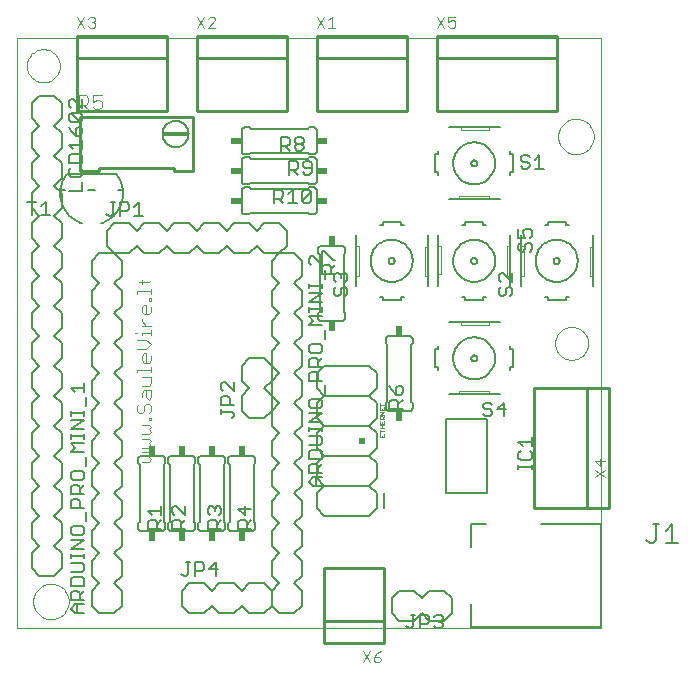
<source format=gto>
G75*
%MOIN*%
%OFA0B0*%
%FSLAX24Y24*%
%IPPOS*%
%LPD*%
%AMOC8*
5,1,8,0,0,1.08239X$1,22.5*
%
%ADD10C,0.0000*%
%ADD11C,0.0040*%
%ADD12C,0.0080*%
%ADD13C,0.0050*%
%ADD14C,0.0060*%
%ADD15R,0.0240X0.0340*%
%ADD16C,0.0100*%
%ADD17R,0.0827X0.0157*%
%ADD18C,0.0020*%
%ADD19R,0.0340X0.0240*%
%ADD20C,0.0010*%
%ADD21R,0.0200X0.0200*%
D10*
X000100Y001383D02*
X000100Y021068D01*
X019592Y021068D01*
X019592Y001383D01*
X000100Y001383D01*
X000653Y002277D02*
X000655Y002325D01*
X000661Y002373D01*
X000671Y002420D01*
X000684Y002466D01*
X000702Y002511D01*
X000722Y002555D01*
X000747Y002597D01*
X000775Y002636D01*
X000805Y002673D01*
X000839Y002707D01*
X000876Y002739D01*
X000914Y002768D01*
X000955Y002793D01*
X000998Y002815D01*
X001043Y002833D01*
X001089Y002847D01*
X001136Y002858D01*
X001184Y002865D01*
X001232Y002868D01*
X001280Y002867D01*
X001328Y002862D01*
X001376Y002853D01*
X001422Y002841D01*
X001467Y002824D01*
X001511Y002804D01*
X001553Y002781D01*
X001593Y002754D01*
X001631Y002724D01*
X001666Y002691D01*
X001698Y002655D01*
X001728Y002617D01*
X001754Y002576D01*
X001776Y002533D01*
X001796Y002489D01*
X001811Y002444D01*
X001823Y002397D01*
X001831Y002349D01*
X001835Y002301D01*
X001835Y002253D01*
X001831Y002205D01*
X001823Y002157D01*
X001811Y002110D01*
X001796Y002065D01*
X001776Y002021D01*
X001754Y001978D01*
X001728Y001937D01*
X001698Y001899D01*
X001666Y001863D01*
X001631Y001830D01*
X001593Y001800D01*
X001553Y001773D01*
X001511Y001750D01*
X001467Y001730D01*
X001422Y001713D01*
X001376Y001701D01*
X001328Y001692D01*
X001280Y001687D01*
X001232Y001686D01*
X001184Y001689D01*
X001136Y001696D01*
X001089Y001707D01*
X001043Y001721D01*
X000998Y001739D01*
X000955Y001761D01*
X000914Y001786D01*
X000876Y001815D01*
X000839Y001847D01*
X000805Y001881D01*
X000775Y001918D01*
X000747Y001957D01*
X000722Y001999D01*
X000702Y002043D01*
X000684Y002088D01*
X000671Y002134D01*
X000661Y002181D01*
X000655Y002229D01*
X000653Y002277D01*
X018049Y010883D02*
X018051Y010930D01*
X018057Y010976D01*
X018067Y011022D01*
X018080Y011067D01*
X018098Y011110D01*
X018119Y011152D01*
X018143Y011192D01*
X018171Y011229D01*
X018202Y011264D01*
X018236Y011297D01*
X018272Y011326D01*
X018311Y011352D01*
X018352Y011375D01*
X018395Y011394D01*
X018439Y011410D01*
X018484Y011422D01*
X018530Y011430D01*
X018577Y011434D01*
X018623Y011434D01*
X018670Y011430D01*
X018716Y011422D01*
X018761Y011410D01*
X018805Y011394D01*
X018848Y011375D01*
X018889Y011352D01*
X018928Y011326D01*
X018964Y011297D01*
X018998Y011264D01*
X019029Y011229D01*
X019057Y011192D01*
X019081Y011152D01*
X019102Y011110D01*
X019120Y011067D01*
X019133Y011022D01*
X019143Y010976D01*
X019149Y010930D01*
X019151Y010883D01*
X019149Y010836D01*
X019143Y010790D01*
X019133Y010744D01*
X019120Y010699D01*
X019102Y010656D01*
X019081Y010614D01*
X019057Y010574D01*
X019029Y010537D01*
X018998Y010502D01*
X018964Y010469D01*
X018928Y010440D01*
X018889Y010414D01*
X018848Y010391D01*
X018805Y010372D01*
X018761Y010356D01*
X018716Y010344D01*
X018670Y010336D01*
X018623Y010332D01*
X018577Y010332D01*
X018530Y010336D01*
X018484Y010344D01*
X018439Y010356D01*
X018395Y010372D01*
X018352Y010391D01*
X018311Y010414D01*
X018272Y010440D01*
X018236Y010469D01*
X018202Y010502D01*
X018171Y010537D01*
X018143Y010574D01*
X018119Y010614D01*
X018098Y010656D01*
X018080Y010699D01*
X018067Y010744D01*
X018057Y010790D01*
X018051Y010836D01*
X018049Y010883D01*
X018153Y017777D02*
X018155Y017825D01*
X018161Y017873D01*
X018171Y017920D01*
X018184Y017966D01*
X018202Y018011D01*
X018222Y018055D01*
X018247Y018097D01*
X018275Y018136D01*
X018305Y018173D01*
X018339Y018207D01*
X018376Y018239D01*
X018414Y018268D01*
X018455Y018293D01*
X018498Y018315D01*
X018543Y018333D01*
X018589Y018347D01*
X018636Y018358D01*
X018684Y018365D01*
X018732Y018368D01*
X018780Y018367D01*
X018828Y018362D01*
X018876Y018353D01*
X018922Y018341D01*
X018967Y018324D01*
X019011Y018304D01*
X019053Y018281D01*
X019093Y018254D01*
X019131Y018224D01*
X019166Y018191D01*
X019198Y018155D01*
X019228Y018117D01*
X019254Y018076D01*
X019276Y018033D01*
X019296Y017989D01*
X019311Y017944D01*
X019323Y017897D01*
X019331Y017849D01*
X019335Y017801D01*
X019335Y017753D01*
X019331Y017705D01*
X019323Y017657D01*
X019311Y017610D01*
X019296Y017565D01*
X019276Y017521D01*
X019254Y017478D01*
X019228Y017437D01*
X019198Y017399D01*
X019166Y017363D01*
X019131Y017330D01*
X019093Y017300D01*
X019053Y017273D01*
X019011Y017250D01*
X018967Y017230D01*
X018922Y017213D01*
X018876Y017201D01*
X018828Y017192D01*
X018780Y017187D01*
X018732Y017186D01*
X018684Y017189D01*
X018636Y017196D01*
X018589Y017207D01*
X018543Y017221D01*
X018498Y017239D01*
X018455Y017261D01*
X018414Y017286D01*
X018376Y017315D01*
X018339Y017347D01*
X018305Y017381D01*
X018275Y017418D01*
X018247Y017457D01*
X018222Y017499D01*
X018202Y017543D01*
X018184Y017588D01*
X018171Y017634D01*
X018161Y017681D01*
X018155Y017729D01*
X018153Y017777D01*
X000443Y020133D02*
X000445Y020180D01*
X000451Y020226D01*
X000461Y020272D01*
X000474Y020317D01*
X000492Y020360D01*
X000513Y020402D01*
X000537Y020442D01*
X000565Y020479D01*
X000596Y020514D01*
X000630Y020547D01*
X000666Y020576D01*
X000705Y020602D01*
X000746Y020625D01*
X000789Y020644D01*
X000833Y020660D01*
X000878Y020672D01*
X000924Y020680D01*
X000971Y020684D01*
X001017Y020684D01*
X001064Y020680D01*
X001110Y020672D01*
X001155Y020660D01*
X001199Y020644D01*
X001242Y020625D01*
X001283Y020602D01*
X001322Y020576D01*
X001358Y020547D01*
X001392Y020514D01*
X001423Y020479D01*
X001451Y020442D01*
X001475Y020402D01*
X001496Y020360D01*
X001514Y020317D01*
X001527Y020272D01*
X001537Y020226D01*
X001543Y020180D01*
X001545Y020133D01*
X001543Y020086D01*
X001537Y020040D01*
X001527Y019994D01*
X001514Y019949D01*
X001496Y019906D01*
X001475Y019864D01*
X001451Y019824D01*
X001423Y019787D01*
X001392Y019752D01*
X001358Y019719D01*
X001322Y019690D01*
X001283Y019664D01*
X001242Y019641D01*
X001199Y019622D01*
X001155Y019606D01*
X001110Y019594D01*
X001064Y019586D01*
X001017Y019582D01*
X000971Y019582D01*
X000924Y019586D01*
X000878Y019594D01*
X000833Y019606D01*
X000789Y019622D01*
X000746Y019641D01*
X000705Y019664D01*
X000666Y019690D01*
X000630Y019719D01*
X000596Y019752D01*
X000565Y019787D01*
X000537Y019824D01*
X000513Y019864D01*
X000492Y019906D01*
X000474Y019949D01*
X000461Y019994D01*
X000451Y020040D01*
X000445Y020086D01*
X000443Y020133D01*
D11*
X002171Y019145D02*
X002171Y018685D01*
X002171Y018838D02*
X002401Y018838D01*
X002478Y018915D01*
X002478Y019068D01*
X002401Y019145D01*
X002171Y019145D01*
X002325Y018838D02*
X002478Y018685D01*
X002632Y018762D02*
X002708Y018685D01*
X002862Y018685D01*
X002939Y018762D01*
X002939Y018915D01*
X002862Y018992D01*
X002785Y018992D01*
X002632Y018915D01*
X002632Y019145D01*
X002939Y019145D01*
X002668Y021403D02*
X002548Y021403D01*
X002488Y021463D01*
X002360Y021403D02*
X002120Y021764D01*
X002360Y021764D02*
X002120Y021403D01*
X002488Y021704D02*
X002548Y021764D01*
X002668Y021764D01*
X002729Y021704D01*
X002729Y021644D01*
X002668Y021583D01*
X002729Y021523D01*
X002729Y021463D01*
X002668Y021403D01*
X002668Y021583D02*
X002608Y021583D01*
X006120Y021403D02*
X006360Y021764D01*
X006488Y021704D02*
X006548Y021764D01*
X006668Y021764D01*
X006729Y021704D01*
X006729Y021644D01*
X006488Y021403D01*
X006729Y021403D01*
X006360Y021403D02*
X006120Y021764D01*
X010120Y021764D02*
X010360Y021403D01*
X010488Y021403D02*
X010729Y021403D01*
X010608Y021403D02*
X010608Y021764D01*
X010488Y021644D01*
X010360Y021764D02*
X010120Y021403D01*
X014120Y021403D02*
X014360Y021764D01*
X014488Y021764D02*
X014488Y021583D01*
X014608Y021644D01*
X014668Y021644D01*
X014729Y021583D01*
X014729Y021463D01*
X014668Y021403D01*
X014548Y021403D01*
X014488Y021463D01*
X014360Y021403D02*
X014120Y021764D01*
X014488Y021764D02*
X014729Y021764D01*
X004580Y013000D02*
X004503Y012923D01*
X004196Y012923D01*
X004273Y012846D02*
X004273Y013000D01*
X004120Y012616D02*
X004580Y012616D01*
X004580Y012539D02*
X004580Y012693D01*
X004580Y012386D02*
X004503Y012386D01*
X004503Y012309D01*
X004580Y012309D01*
X004580Y012386D01*
X004427Y012156D02*
X004427Y011849D01*
X004503Y011849D02*
X004350Y011849D01*
X004273Y011926D01*
X004273Y012079D01*
X004350Y012156D01*
X004427Y012156D01*
X004580Y012079D02*
X004580Y011926D01*
X004503Y011849D01*
X004273Y011695D02*
X004273Y011619D01*
X004427Y011465D01*
X004580Y011465D02*
X004273Y011465D01*
X004273Y011235D02*
X004580Y011235D01*
X004580Y011158D02*
X004580Y011312D01*
X004273Y011235D02*
X004273Y011158D01*
X004120Y011235D02*
X004043Y011235D01*
X004120Y011005D02*
X004427Y011005D01*
X004580Y010851D01*
X004427Y010698D01*
X004120Y010698D01*
X004273Y010468D02*
X004350Y010544D01*
X004427Y010544D01*
X004427Y010238D01*
X004503Y010238D02*
X004350Y010238D01*
X004273Y010314D01*
X004273Y010468D01*
X004503Y010238D02*
X004580Y010314D01*
X004580Y010468D01*
X004580Y010084D02*
X004580Y009931D01*
X004580Y010007D02*
X004120Y010007D01*
X004120Y009931D01*
X004273Y009777D02*
X004580Y009777D01*
X004580Y009547D01*
X004503Y009470D01*
X004273Y009470D01*
X004350Y009317D02*
X004580Y009317D01*
X004580Y009087D01*
X004503Y009010D01*
X004427Y009087D01*
X004427Y009317D01*
X004350Y009317D02*
X004273Y009240D01*
X004273Y009087D01*
X004196Y008856D02*
X004120Y008780D01*
X004120Y008626D01*
X004196Y008549D01*
X004273Y008549D01*
X004350Y008626D01*
X004350Y008780D01*
X004427Y008856D01*
X004503Y008856D01*
X004580Y008780D01*
X004580Y008626D01*
X004503Y008549D01*
X004503Y008396D02*
X004580Y008396D01*
X004580Y008319D01*
X004503Y008319D01*
X004503Y008396D01*
X004503Y008166D02*
X004273Y008166D01*
X004503Y008166D02*
X004580Y008089D01*
X004503Y008012D01*
X004580Y007936D01*
X004503Y007859D01*
X004273Y007859D01*
X004273Y007705D02*
X004503Y007705D01*
X004580Y007629D01*
X004503Y007552D01*
X004580Y007475D01*
X004503Y007398D01*
X004273Y007398D01*
X004273Y007245D02*
X004503Y007245D01*
X004580Y007168D01*
X004503Y007091D01*
X004580Y007015D01*
X004503Y006938D01*
X004273Y006938D01*
X004120Y012539D02*
X004120Y012616D01*
X011633Y000614D02*
X011874Y000253D01*
X012002Y000313D02*
X012062Y000253D01*
X012182Y000253D01*
X012242Y000313D01*
X012242Y000373D01*
X012182Y000433D01*
X012002Y000433D01*
X012002Y000313D01*
X012002Y000433D02*
X012122Y000554D01*
X012242Y000614D01*
X011874Y000614D02*
X011633Y000253D01*
X019370Y006417D02*
X019730Y006657D01*
X019550Y006785D02*
X019550Y007025D01*
X019730Y006965D02*
X019370Y006965D01*
X019550Y006785D01*
X019370Y006657D02*
X019730Y006417D01*
D12*
X019569Y004845D02*
X019569Y001422D01*
X015236Y001422D01*
X015236Y002188D01*
X014600Y002383D02*
X014600Y001883D01*
X014350Y001633D01*
X013850Y001633D01*
X013600Y001883D01*
X013350Y001633D01*
X012850Y001633D01*
X012600Y001883D01*
X012600Y002383D01*
X012850Y002633D01*
X013350Y002633D01*
X013600Y002383D01*
X013850Y002633D01*
X014350Y002633D01*
X014600Y002383D01*
X015236Y004078D02*
X015236Y004845D01*
X015732Y004845D01*
X017582Y004845D02*
X019569Y004845D01*
X012350Y005383D02*
X012350Y005883D01*
X009600Y005633D02*
X009600Y005133D01*
X009350Y004883D01*
X009600Y004633D01*
X009600Y004133D01*
X009350Y003883D01*
X009600Y003633D01*
X009600Y003133D01*
X009350Y002883D01*
X009600Y002633D01*
X009600Y002133D01*
X009350Y001883D01*
X008850Y001883D01*
X008600Y002133D01*
X008600Y002633D01*
X008350Y002883D01*
X007850Y002883D01*
X007600Y002633D01*
X007350Y002883D01*
X006850Y002883D01*
X006600Y002633D01*
X006350Y002883D01*
X005850Y002883D01*
X005600Y002633D01*
X005600Y002133D01*
X005850Y001883D01*
X006350Y001883D01*
X006600Y002133D01*
X006850Y001883D01*
X007350Y001883D01*
X007600Y002133D01*
X007850Y001883D01*
X008350Y001883D01*
X008600Y002133D01*
X008600Y002633D01*
X008850Y002883D01*
X008600Y003133D01*
X008600Y003633D01*
X008850Y003883D01*
X008600Y004133D01*
X008600Y004633D01*
X008850Y004883D01*
X008600Y005133D01*
X008600Y005633D01*
X008850Y005883D01*
X008600Y006133D01*
X008600Y006633D01*
X008850Y006883D01*
X008600Y007133D01*
X008600Y007633D01*
X008850Y007883D01*
X008600Y008133D01*
X008600Y008633D01*
X008600Y009133D01*
X008350Y009383D01*
X008600Y009633D01*
X008600Y010133D01*
X008350Y010383D01*
X007850Y010383D01*
X007600Y010133D01*
X007600Y009633D01*
X007850Y009383D01*
X007600Y009133D01*
X007600Y008633D01*
X007850Y008383D01*
X008350Y008383D01*
X008600Y008633D01*
X008850Y008883D01*
X008600Y009133D01*
X008600Y009633D01*
X008850Y009883D01*
X008600Y010133D01*
X008600Y010633D01*
X008850Y010883D01*
X008600Y011133D01*
X008600Y011633D01*
X008850Y011883D01*
X008600Y012133D01*
X008600Y012633D01*
X008850Y012883D01*
X008600Y013133D01*
X008600Y013633D01*
X008850Y013883D01*
X008350Y013883D01*
X008100Y014133D01*
X007850Y013883D01*
X007350Y013883D01*
X007100Y014133D01*
X006850Y013883D01*
X006350Y013883D01*
X006100Y014133D01*
X005850Y013883D01*
X005350Y013883D01*
X005100Y014133D01*
X004850Y013883D01*
X004350Y013883D01*
X004100Y014133D01*
X003850Y013883D01*
X003350Y013883D01*
X003100Y014133D01*
X003100Y014633D01*
X003350Y014883D01*
X003850Y014883D01*
X004100Y014633D01*
X004350Y014883D01*
X004850Y014883D01*
X005100Y014633D01*
X005350Y014883D01*
X005850Y014883D01*
X006100Y014633D01*
X006350Y014883D01*
X006850Y014883D01*
X007100Y014633D01*
X007350Y014883D01*
X007850Y014883D01*
X008100Y014633D01*
X008350Y014883D01*
X008850Y014883D01*
X009100Y014633D01*
X009100Y014133D01*
X008850Y013883D01*
X009350Y013883D01*
X009600Y013633D01*
X009600Y013133D01*
X009350Y012883D01*
X009600Y012633D01*
X009600Y012133D01*
X009350Y011883D01*
X009600Y011633D01*
X009600Y011133D01*
X009350Y010883D01*
X009600Y010633D01*
X009600Y010133D01*
X009350Y009883D01*
X009600Y009633D01*
X009600Y009133D01*
X009350Y008883D01*
X009600Y008633D01*
X009600Y008133D01*
X009350Y007883D01*
X009600Y007633D01*
X009600Y007133D01*
X009350Y006883D01*
X009600Y006633D01*
X009600Y006133D01*
X009350Y005883D01*
X009600Y005633D01*
X003600Y005633D02*
X003600Y005133D01*
X003350Y004883D01*
X003600Y004633D01*
X003600Y004133D01*
X003350Y003883D01*
X003600Y003633D01*
X003600Y003133D01*
X003350Y002883D01*
X003600Y002633D01*
X003600Y002133D01*
X003350Y001883D01*
X002850Y001883D01*
X002600Y002133D01*
X002600Y002633D01*
X002850Y002883D01*
X002600Y003133D01*
X002600Y003633D01*
X002850Y003883D01*
X002600Y004133D01*
X002600Y004633D01*
X002850Y004883D01*
X002600Y005133D01*
X002600Y005633D01*
X002850Y005883D01*
X002600Y006133D01*
X002600Y006633D01*
X002850Y006883D01*
X002600Y007133D01*
X002600Y007633D01*
X002850Y007883D01*
X002600Y008133D01*
X002600Y008633D01*
X002850Y008883D01*
X002600Y009133D01*
X002600Y009633D01*
X002850Y009883D01*
X002600Y010133D01*
X002600Y010633D01*
X002850Y010883D01*
X002600Y011133D01*
X002600Y011633D01*
X002850Y011883D01*
X002600Y012133D01*
X002600Y012633D01*
X002850Y012883D01*
X002600Y013133D01*
X002600Y013633D01*
X002850Y013883D01*
X003350Y013883D01*
X003600Y013633D01*
X003600Y013133D01*
X003350Y012883D01*
X003600Y012633D01*
X003600Y012133D01*
X003350Y011883D01*
X003600Y011633D01*
X003600Y011133D01*
X003350Y010883D01*
X003600Y010633D01*
X003600Y010133D01*
X003350Y009883D01*
X003600Y009633D01*
X003600Y009133D01*
X003350Y008883D01*
X003600Y008633D01*
X003600Y008133D01*
X003350Y007883D01*
X003600Y007633D01*
X003600Y007133D01*
X003350Y006883D01*
X003600Y006633D01*
X003600Y006133D01*
X003350Y005883D01*
X003600Y005633D01*
X001600Y005383D02*
X001350Y005133D01*
X001600Y004883D01*
X001600Y004383D01*
X001350Y004133D01*
X001600Y003883D01*
X001600Y003383D01*
X001350Y003133D01*
X000850Y003133D01*
X000600Y003383D01*
X000600Y003883D01*
X000850Y004133D01*
X000600Y004383D01*
X000600Y004883D01*
X000850Y005133D01*
X000600Y005383D01*
X000600Y005883D01*
X000850Y006133D01*
X000600Y006383D01*
X000600Y006883D01*
X000850Y007133D01*
X000600Y007383D01*
X000600Y007883D01*
X000850Y008133D01*
X000600Y008383D01*
X000600Y008883D01*
X000850Y009133D01*
X000600Y009383D01*
X000600Y009883D01*
X000850Y010133D01*
X000600Y010383D01*
X000600Y010883D01*
X000850Y011133D01*
X000600Y011383D01*
X000600Y011883D01*
X000850Y012133D01*
X000600Y012383D01*
X000600Y012883D01*
X000850Y013133D01*
X000600Y013383D01*
X000600Y013883D01*
X000850Y014133D01*
X000600Y014383D01*
X000600Y014883D01*
X000850Y015133D01*
X000600Y015383D01*
X000600Y015883D01*
X000850Y016133D01*
X000600Y016383D01*
X000600Y016883D01*
X000850Y017133D01*
X000600Y017383D01*
X000600Y017883D01*
X000850Y018133D01*
X000600Y018383D01*
X000600Y018883D01*
X000850Y019133D01*
X001350Y019133D01*
X001600Y018883D01*
X001600Y018383D01*
X001350Y018133D01*
X001600Y017883D01*
X001600Y017383D01*
X001350Y017133D01*
X001600Y016883D01*
X001600Y016383D01*
X001350Y016133D01*
X001600Y015883D01*
X001600Y015383D01*
X001350Y015133D01*
X001600Y014883D01*
X001600Y014383D01*
X001350Y014133D01*
X001600Y013883D01*
X001600Y013383D01*
X001350Y013133D01*
X001600Y012883D01*
X001600Y012383D01*
X001350Y012133D01*
X001600Y011883D01*
X001600Y011383D01*
X001350Y011133D01*
X001600Y010883D01*
X001600Y010383D01*
X001350Y010133D01*
X001600Y009883D01*
X001600Y009383D01*
X001350Y009133D01*
X001600Y008883D01*
X001600Y008383D01*
X001350Y008133D01*
X001600Y007883D01*
X001600Y007383D01*
X001350Y007133D01*
X001600Y006883D01*
X001600Y006383D01*
X001350Y006133D01*
X001600Y005883D01*
X001600Y005383D01*
D13*
X001905Y005408D02*
X001905Y005633D01*
X001980Y005708D01*
X002130Y005708D01*
X002205Y005633D01*
X002205Y005408D01*
X002355Y005408D02*
X001905Y005408D01*
X001905Y005868D02*
X001905Y006094D01*
X001980Y006169D01*
X002130Y006169D01*
X002205Y006094D01*
X002205Y005868D01*
X002355Y005868D02*
X001905Y005868D01*
X002205Y006019D02*
X002355Y006169D01*
X002280Y006329D02*
X002355Y006404D01*
X002355Y006554D01*
X002280Y006629D01*
X001980Y006629D01*
X001905Y006554D01*
X001905Y006404D01*
X001980Y006329D01*
X002280Y006329D01*
X002430Y006789D02*
X002430Y007089D01*
X002355Y007250D02*
X001905Y007250D01*
X002055Y007400D01*
X001905Y007550D01*
X002355Y007550D01*
X002355Y007710D02*
X002355Y007860D01*
X002355Y007785D02*
X001905Y007785D01*
X001905Y007710D02*
X001905Y007860D01*
X001905Y008017D02*
X002355Y008317D01*
X001905Y008317D01*
X001905Y008477D02*
X001905Y008627D01*
X001905Y008552D02*
X002355Y008552D01*
X002355Y008477D02*
X002355Y008627D01*
X002430Y008784D02*
X002430Y009084D01*
X002355Y009245D02*
X002355Y009545D01*
X002355Y009395D02*
X001905Y009395D01*
X002055Y009245D01*
X001905Y008017D02*
X002355Y008017D01*
X004475Y005298D02*
X004925Y005298D01*
X004925Y005148D02*
X004925Y005448D01*
X004625Y005148D02*
X004475Y005298D01*
X004550Y004988D02*
X004475Y004913D01*
X004475Y004688D01*
X004925Y004688D01*
X004775Y004688D02*
X004775Y004913D01*
X004700Y004988D01*
X004550Y004988D01*
X004775Y004838D02*
X004925Y004988D01*
X005275Y004934D02*
X005275Y004708D01*
X005725Y004708D01*
X005575Y004708D02*
X005575Y004934D01*
X005500Y005009D01*
X005350Y005009D01*
X005275Y004934D01*
X005350Y005169D02*
X005275Y005244D01*
X005275Y005394D01*
X005350Y005469D01*
X005425Y005469D01*
X005725Y005169D01*
X005725Y005469D01*
X005725Y005009D02*
X005575Y004858D01*
X006475Y004913D02*
X006475Y004688D01*
X006925Y004688D01*
X006775Y004688D02*
X006775Y004913D01*
X006700Y004988D01*
X006550Y004988D01*
X006475Y004913D01*
X006550Y005148D02*
X006475Y005223D01*
X006475Y005373D01*
X006550Y005448D01*
X006625Y005448D01*
X006700Y005373D01*
X006775Y005448D01*
X006850Y005448D01*
X006925Y005373D01*
X006925Y005223D01*
X006850Y005148D01*
X006925Y004988D02*
X006775Y004838D01*
X006700Y005298D02*
X006700Y005373D01*
X007475Y005373D02*
X007700Y005148D01*
X007700Y005448D01*
X007925Y005373D02*
X007475Y005373D01*
X007550Y004988D02*
X007475Y004913D01*
X007475Y004688D01*
X007925Y004688D01*
X007775Y004688D02*
X007775Y004913D01*
X007700Y004988D01*
X007550Y004988D01*
X007775Y004838D02*
X007925Y004988D01*
X006741Y003579D02*
X006516Y003354D01*
X006816Y003354D01*
X006741Y003579D02*
X006741Y003128D01*
X006356Y003354D02*
X006281Y003278D01*
X006055Y003278D01*
X006055Y003128D02*
X006055Y003579D01*
X006281Y003579D01*
X006356Y003504D01*
X006356Y003354D01*
X005895Y003579D02*
X005745Y003579D01*
X005820Y003579D02*
X005820Y003203D01*
X005745Y003128D01*
X005670Y003128D01*
X005595Y003203D01*
X002355Y003335D02*
X002280Y003260D01*
X001905Y003260D01*
X001980Y003099D02*
X001905Y003024D01*
X001905Y002799D01*
X002355Y002799D01*
X002355Y003024D01*
X002280Y003099D01*
X001980Y003099D01*
X002355Y003335D02*
X002355Y003485D01*
X002280Y003560D01*
X001905Y003560D01*
X001905Y003720D02*
X001905Y003870D01*
X001905Y003795D02*
X002355Y003795D01*
X002355Y003720D02*
X002355Y003870D01*
X002355Y004027D02*
X001905Y004027D01*
X002355Y004327D01*
X001905Y004327D01*
X001980Y004487D02*
X002280Y004487D01*
X002355Y004562D01*
X002355Y004712D01*
X002280Y004787D01*
X001980Y004787D01*
X001905Y004712D01*
X001905Y004562D01*
X001980Y004487D01*
X002430Y004948D02*
X002430Y005248D01*
X002355Y002639D02*
X002205Y002489D01*
X002205Y002564D02*
X002205Y002339D01*
X002355Y002339D02*
X001905Y002339D01*
X001905Y002564D01*
X001980Y002639D01*
X002130Y002639D01*
X002205Y002564D01*
X002130Y002179D02*
X002130Y001878D01*
X002055Y001878D02*
X001905Y002028D01*
X002055Y002179D01*
X002355Y002179D01*
X002355Y001878D02*
X002055Y001878D01*
X006905Y008528D02*
X006905Y008679D01*
X006905Y008604D02*
X007280Y008604D01*
X007355Y008528D01*
X007355Y008453D01*
X007280Y008378D01*
X007355Y008839D02*
X006905Y008839D01*
X006905Y009064D01*
X006980Y009139D01*
X007130Y009139D01*
X007205Y009064D01*
X007205Y008839D01*
X007355Y009299D02*
X007055Y009599D01*
X006980Y009599D01*
X006905Y009524D01*
X006905Y009374D01*
X006980Y009299D01*
X007355Y009299D02*
X007355Y009599D01*
X009845Y009641D02*
X009845Y009867D01*
X009920Y009942D01*
X010070Y009942D01*
X010145Y009867D01*
X010145Y009641D01*
X010295Y009641D02*
X009845Y009641D01*
X009845Y010102D02*
X009845Y010327D01*
X009920Y010402D01*
X010070Y010402D01*
X010145Y010327D01*
X010145Y010102D01*
X010145Y010252D02*
X010295Y010402D01*
X010220Y010562D02*
X010295Y010637D01*
X010295Y010787D01*
X010220Y010862D01*
X009920Y010862D01*
X009845Y010787D01*
X009845Y010637D01*
X009920Y010562D01*
X010220Y010562D01*
X010295Y010102D02*
X009845Y010102D01*
X010370Y009481D02*
X010370Y009181D01*
X010220Y009021D02*
X009920Y009021D01*
X009845Y008946D01*
X009845Y008796D01*
X009920Y008721D01*
X010220Y008721D01*
X010295Y008796D01*
X010295Y008946D01*
X010220Y009021D01*
X010295Y008560D02*
X009845Y008560D01*
X009845Y008260D02*
X010295Y008560D01*
X010295Y008260D02*
X009845Y008260D01*
X009845Y008103D02*
X009845Y007953D01*
X009845Y008028D02*
X010295Y008028D01*
X010295Y007953D02*
X010295Y008103D01*
X010220Y007793D02*
X009845Y007793D01*
X009845Y007493D02*
X010220Y007493D01*
X010295Y007568D01*
X010295Y007718D01*
X010220Y007793D01*
X010220Y007333D02*
X009920Y007333D01*
X009845Y007258D01*
X009845Y007032D01*
X010295Y007032D01*
X010295Y007258D01*
X010220Y007333D01*
X010295Y006872D02*
X010145Y006722D01*
X010145Y006797D02*
X010145Y006572D01*
X010295Y006572D02*
X009845Y006572D01*
X009845Y006797D01*
X009920Y006872D01*
X010070Y006872D01*
X010145Y006797D01*
X010070Y006412D02*
X010070Y006112D01*
X009995Y006112D02*
X009845Y006262D01*
X009995Y006412D01*
X010295Y006412D01*
X010295Y006112D02*
X009995Y006112D01*
X012525Y008708D02*
X012525Y008934D01*
X012600Y009009D01*
X012750Y009009D01*
X012825Y008934D01*
X012825Y008708D01*
X012975Y008708D02*
X012525Y008708D01*
X012825Y008858D02*
X012975Y009009D01*
X012900Y009169D02*
X012975Y009244D01*
X012975Y009394D01*
X012900Y009469D01*
X012825Y009469D01*
X012750Y009394D01*
X012750Y009169D01*
X012900Y009169D01*
X012750Y009169D02*
X012600Y009319D01*
X012525Y009469D01*
X010370Y011022D02*
X010370Y011323D01*
X010295Y011483D02*
X009845Y011483D01*
X009995Y011633D01*
X009845Y011783D01*
X010295Y011783D01*
X010295Y011943D02*
X010295Y012093D01*
X010295Y012018D02*
X009845Y012018D01*
X009845Y011943D02*
X009845Y012093D01*
X009845Y012250D02*
X010295Y012550D01*
X009845Y012550D01*
X009845Y012711D02*
X009845Y012861D01*
X009845Y012786D02*
X010295Y012786D01*
X010295Y012711D02*
X010295Y012861D01*
X010370Y013018D02*
X010370Y013318D01*
X010275Y013208D02*
X010275Y013434D01*
X010350Y013509D01*
X010500Y013509D01*
X010575Y013434D01*
X010575Y013208D01*
X010675Y013144D02*
X010750Y013219D01*
X010825Y013219D01*
X010900Y013144D01*
X010975Y013219D01*
X011050Y013219D01*
X011125Y013144D01*
X011125Y012994D01*
X011050Y012919D01*
X011050Y012759D02*
X011125Y012684D01*
X011125Y012533D01*
X011050Y012458D01*
X010900Y012533D02*
X010900Y012684D01*
X010975Y012759D01*
X011050Y012759D01*
X010900Y012533D02*
X010825Y012458D01*
X010750Y012458D01*
X010675Y012533D01*
X010675Y012684D01*
X010750Y012759D01*
X010750Y012919D02*
X010675Y012994D01*
X010675Y013144D01*
X010725Y013208D02*
X010275Y013208D01*
X010575Y013358D02*
X010725Y013509D01*
X010725Y013669D02*
X010650Y013669D01*
X010350Y013969D01*
X010275Y013969D01*
X010275Y013669D01*
X010295Y013778D02*
X010295Y013478D01*
X009995Y013778D01*
X009920Y013778D01*
X009845Y013703D01*
X009845Y013553D01*
X009920Y013478D01*
X010900Y013144D02*
X010900Y013069D01*
X010295Y012250D02*
X009845Y012250D01*
X009840Y015558D02*
X009690Y015558D01*
X009615Y015633D01*
X009915Y015934D01*
X009915Y015633D01*
X009840Y015558D01*
X009615Y015633D02*
X009615Y015934D01*
X009690Y016009D01*
X009840Y016009D01*
X009915Y015934D01*
X009861Y016508D02*
X009710Y016508D01*
X009635Y016583D01*
X009710Y016734D02*
X009936Y016734D01*
X009936Y016884D02*
X009861Y016959D01*
X009710Y016959D01*
X009635Y016884D01*
X009635Y016809D01*
X009710Y016734D01*
X009475Y016734D02*
X009400Y016658D01*
X009175Y016658D01*
X009175Y016508D02*
X009175Y016959D01*
X009400Y016959D01*
X009475Y016884D01*
X009475Y016734D01*
X009325Y016658D02*
X009475Y016508D01*
X009861Y016508D02*
X009936Y016583D01*
X009936Y016884D01*
X009590Y017308D02*
X009440Y017308D01*
X009365Y017383D01*
X009365Y017458D01*
X009440Y017534D01*
X009590Y017534D01*
X009665Y017458D01*
X009665Y017383D01*
X009590Y017308D01*
X009590Y017534D02*
X009665Y017609D01*
X009665Y017684D01*
X009590Y017759D01*
X009440Y017759D01*
X009365Y017684D01*
X009365Y017609D01*
X009440Y017534D01*
X009204Y017534D02*
X009204Y017684D01*
X009129Y017759D01*
X008904Y017759D01*
X008904Y017308D01*
X008904Y017458D02*
X009129Y017458D01*
X009204Y017534D01*
X009054Y017458D02*
X009204Y017308D01*
X009304Y016009D02*
X009154Y015859D01*
X008994Y015934D02*
X008994Y015784D01*
X008919Y015708D01*
X008694Y015708D01*
X008694Y015558D02*
X008694Y016009D01*
X008919Y016009D01*
X008994Y015934D01*
X008844Y015708D02*
X008994Y015558D01*
X009154Y015558D02*
X009454Y015558D01*
X009304Y015558D02*
X009304Y016009D01*
X004316Y015128D02*
X004016Y015128D01*
X004166Y015128D02*
X004166Y015579D01*
X004016Y015429D01*
X003856Y015504D02*
X003856Y015354D01*
X003781Y015278D01*
X003555Y015278D01*
X003555Y015128D02*
X003555Y015579D01*
X003781Y015579D01*
X003856Y015504D01*
X003395Y015579D02*
X003245Y015579D01*
X003320Y015579D02*
X003320Y015203D01*
X003245Y015128D01*
X003170Y015128D01*
X003095Y015203D01*
X002910Y014880D02*
X002969Y014900D01*
X003026Y014923D01*
X003083Y014950D01*
X003137Y014981D01*
X003190Y015014D01*
X003240Y015051D01*
X003289Y015090D01*
X003334Y015133D01*
X003378Y015178D01*
X003418Y015225D01*
X003456Y015275D01*
X003491Y015327D01*
X003522Y015381D01*
X003550Y015436D01*
X003575Y015493D01*
X003596Y015552D01*
X003614Y015612D01*
X003629Y015673D01*
X003639Y015734D01*
X003646Y015796D01*
X003650Y015858D01*
X003649Y015921D01*
X003645Y015983D01*
X003487Y015983D01*
X003425Y016533D02*
X001775Y016533D01*
X001845Y016501D02*
X001920Y016426D01*
X002220Y016426D01*
X002295Y016501D01*
X002295Y016651D01*
X002220Y016726D01*
X002295Y016886D02*
X001845Y016886D01*
X001845Y017112D01*
X001920Y017187D01*
X002220Y017187D01*
X002295Y017112D01*
X002295Y016886D01*
X001920Y016726D02*
X001845Y016651D01*
X001845Y016501D01*
X002295Y016266D02*
X002295Y015966D01*
X001845Y015966D01*
X001713Y015983D02*
X001555Y015983D01*
X001065Y015609D02*
X001065Y015158D01*
X000915Y015158D02*
X001215Y015158D01*
X000915Y015459D02*
X001065Y015609D01*
X000754Y015609D02*
X000454Y015609D01*
X000604Y015609D02*
X000604Y015158D01*
X002487Y015983D02*
X002713Y015983D01*
X003425Y016533D02*
X003460Y016485D01*
X003493Y016435D01*
X003524Y016383D01*
X003551Y016329D01*
X003575Y016274D01*
X003595Y016217D01*
X003613Y016160D01*
X003627Y016102D01*
X003638Y016043D01*
X003645Y015983D01*
X002290Y014880D02*
X002230Y014900D01*
X002171Y014924D01*
X002114Y014952D01*
X002059Y014983D01*
X002005Y015018D01*
X001954Y015055D01*
X001905Y015096D01*
X001859Y015140D01*
X001815Y015186D01*
X001774Y015235D01*
X001736Y015286D01*
X001702Y015339D01*
X001670Y015395D01*
X001643Y015452D01*
X001618Y015511D01*
X001598Y015571D01*
X001580Y015632D01*
X001567Y015694D01*
X001558Y015757D01*
X001552Y015820D01*
X001550Y015884D01*
X001552Y015948D01*
X001558Y016011D01*
X001567Y016074D01*
X001581Y016136D01*
X001598Y016197D01*
X001619Y016257D01*
X001643Y016316D01*
X001671Y016373D01*
X001703Y016429D01*
X001738Y016482D01*
X001775Y016533D01*
X001995Y017347D02*
X001845Y017497D01*
X002295Y017497D01*
X002295Y017347D02*
X002295Y017647D01*
X002220Y017807D02*
X002295Y017882D01*
X002295Y018032D01*
X002220Y018107D01*
X002145Y018107D01*
X002070Y018032D01*
X002070Y017807D01*
X002220Y017807D01*
X002070Y017807D02*
X001920Y017957D01*
X001845Y018107D01*
X001920Y018268D02*
X001845Y018343D01*
X001845Y018493D01*
X001920Y018568D01*
X002220Y018268D01*
X002295Y018343D01*
X002295Y018493D01*
X002220Y018568D01*
X001920Y018568D01*
X001920Y018728D02*
X001845Y018803D01*
X001845Y018953D01*
X001920Y019028D01*
X001995Y019028D01*
X002295Y018728D01*
X002295Y019028D01*
X002220Y018268D02*
X001920Y018268D01*
X015654Y008834D02*
X015654Y008759D01*
X015729Y008684D01*
X015879Y008684D01*
X015954Y008608D01*
X015954Y008533D01*
X015879Y008458D01*
X015729Y008458D01*
X015654Y008533D01*
X015654Y008834D02*
X015729Y008909D01*
X015879Y008909D01*
X015954Y008834D01*
X016115Y008684D02*
X016415Y008684D01*
X016340Y008909D02*
X016340Y008458D01*
X016115Y008684D02*
X016340Y008909D01*
X017275Y007748D02*
X017275Y007448D01*
X017275Y007598D02*
X016825Y007598D01*
X016975Y007448D01*
X016900Y007288D02*
X016825Y007213D01*
X016825Y007063D01*
X016900Y006988D01*
X017200Y006988D01*
X017275Y007063D01*
X017275Y007213D01*
X017200Y007288D01*
X017275Y006831D02*
X017275Y006681D01*
X017275Y006756D02*
X016825Y006756D01*
X016825Y006681D02*
X016825Y006831D01*
X014241Y001829D02*
X014316Y001754D01*
X014316Y001679D01*
X014241Y001604D01*
X014316Y001528D01*
X014316Y001453D01*
X014241Y001378D01*
X014091Y001378D01*
X014016Y001453D01*
X014166Y001604D02*
X014241Y001604D01*
X014241Y001829D02*
X014091Y001829D01*
X014016Y001754D01*
X013856Y001754D02*
X013856Y001604D01*
X013781Y001528D01*
X013555Y001528D01*
X013555Y001378D02*
X013555Y001829D01*
X013781Y001829D01*
X013856Y001754D01*
X013395Y001829D02*
X013245Y001829D01*
X013320Y001829D02*
X013320Y001453D01*
X013245Y001378D01*
X013170Y001378D01*
X013095Y001453D01*
X016250Y012458D02*
X016325Y012458D01*
X016400Y012533D01*
X016400Y012684D01*
X016475Y012759D01*
X016550Y012759D01*
X016625Y012684D01*
X016625Y012533D01*
X016550Y012458D01*
X016250Y012458D02*
X016175Y012533D01*
X016175Y012684D01*
X016250Y012759D01*
X016250Y012919D02*
X016175Y012994D01*
X016175Y013144D01*
X016250Y013219D01*
X016325Y013219D01*
X016625Y012919D01*
X016625Y013219D01*
X016900Y013938D02*
X016975Y013938D01*
X017050Y014013D01*
X017050Y014163D01*
X017125Y014238D01*
X017200Y014238D01*
X017275Y014163D01*
X017275Y014013D01*
X017200Y013938D01*
X016900Y013938D02*
X016825Y014013D01*
X016825Y014163D01*
X016900Y014238D01*
X016825Y014398D02*
X017050Y014398D01*
X016975Y014548D01*
X016975Y014623D01*
X017050Y014698D01*
X017200Y014698D01*
X017275Y014623D01*
X017275Y014473D01*
X017200Y014398D01*
X016825Y014398D02*
X016825Y014698D01*
X016979Y016708D02*
X016904Y016783D01*
X016979Y016708D02*
X017129Y016708D01*
X017204Y016783D01*
X017204Y016858D01*
X017129Y016934D01*
X016979Y016934D01*
X016904Y017009D01*
X016904Y017084D01*
X016979Y017159D01*
X017129Y017159D01*
X017204Y017084D01*
X017365Y017009D02*
X017515Y017159D01*
X017515Y016708D01*
X017365Y016708D02*
X017665Y016708D01*
D14*
X016650Y016583D02*
X016650Y017183D01*
X016550Y017183D01*
X016550Y017283D01*
X016550Y016583D02*
X016550Y016483D01*
X016550Y016583D02*
X016650Y016583D01*
X016200Y015683D02*
X015850Y015683D01*
X014850Y015683D01*
X014500Y015683D01*
X014150Y016483D02*
X014150Y016583D01*
X014050Y016583D01*
X014050Y017183D01*
X014150Y017183D01*
X014150Y017283D01*
X014500Y018083D02*
X014900Y018083D01*
X015850Y018083D01*
X016200Y018083D01*
X015250Y016883D02*
X015252Y016903D01*
X015258Y016921D01*
X015267Y016939D01*
X015279Y016954D01*
X015294Y016966D01*
X015312Y016975D01*
X015330Y016981D01*
X015350Y016983D01*
X015370Y016981D01*
X015388Y016975D01*
X015406Y016966D01*
X015421Y016954D01*
X015433Y016939D01*
X015442Y016921D01*
X015448Y016903D01*
X015450Y016883D01*
X015448Y016863D01*
X015442Y016845D01*
X015433Y016827D01*
X015421Y016812D01*
X015406Y016800D01*
X015388Y016791D01*
X015370Y016785D01*
X015350Y016783D01*
X015330Y016785D01*
X015312Y016791D01*
X015294Y016800D01*
X015279Y016812D01*
X015267Y016827D01*
X015258Y016845D01*
X015252Y016863D01*
X015250Y016883D01*
X014650Y016883D02*
X014652Y016935D01*
X014658Y016987D01*
X014668Y017039D01*
X014681Y017089D01*
X014698Y017139D01*
X014719Y017187D01*
X014744Y017233D01*
X014772Y017277D01*
X014803Y017319D01*
X014837Y017359D01*
X014874Y017396D01*
X014914Y017430D01*
X014956Y017461D01*
X015000Y017489D01*
X015046Y017514D01*
X015094Y017535D01*
X015144Y017552D01*
X015194Y017565D01*
X015246Y017575D01*
X015298Y017581D01*
X015350Y017583D01*
X015402Y017581D01*
X015454Y017575D01*
X015506Y017565D01*
X015556Y017552D01*
X015606Y017535D01*
X015654Y017514D01*
X015700Y017489D01*
X015744Y017461D01*
X015786Y017430D01*
X015826Y017396D01*
X015863Y017359D01*
X015897Y017319D01*
X015928Y017277D01*
X015956Y017233D01*
X015981Y017187D01*
X016002Y017139D01*
X016019Y017089D01*
X016032Y017039D01*
X016042Y016987D01*
X016048Y016935D01*
X016050Y016883D01*
X016048Y016831D01*
X016042Y016779D01*
X016032Y016727D01*
X016019Y016677D01*
X016002Y016627D01*
X015981Y016579D01*
X015956Y016533D01*
X015928Y016489D01*
X015897Y016447D01*
X015863Y016407D01*
X015826Y016370D01*
X015786Y016336D01*
X015744Y016305D01*
X015700Y016277D01*
X015654Y016252D01*
X015606Y016231D01*
X015556Y016214D01*
X015506Y016201D01*
X015454Y016191D01*
X015402Y016185D01*
X015350Y016183D01*
X015298Y016185D01*
X015246Y016191D01*
X015194Y016201D01*
X015144Y016214D01*
X015094Y016231D01*
X015046Y016252D01*
X015000Y016277D01*
X014956Y016305D01*
X014914Y016336D01*
X014874Y016370D01*
X014837Y016407D01*
X014803Y016447D01*
X014772Y016489D01*
X014744Y016533D01*
X014719Y016579D01*
X014698Y016627D01*
X014681Y016677D01*
X014668Y016727D01*
X014658Y016779D01*
X014652Y016831D01*
X014650Y016883D01*
X015050Y014933D02*
X015050Y014833D01*
X014950Y014833D01*
X015050Y014933D02*
X015650Y014933D01*
X015650Y014833D01*
X015750Y014833D01*
X016550Y014483D02*
X016550Y014133D01*
X016550Y013133D01*
X016550Y012783D01*
X016900Y012783D02*
X016900Y013133D01*
X016900Y014133D01*
X016900Y014483D01*
X017700Y014833D02*
X017800Y014833D01*
X017800Y014933D01*
X018400Y014933D01*
X018400Y014833D01*
X018500Y014833D01*
X019300Y014483D02*
X019300Y014083D01*
X019300Y013133D01*
X019300Y012783D01*
X018500Y012433D02*
X018400Y012433D01*
X018400Y012333D01*
X017800Y012333D01*
X017800Y012433D01*
X017700Y012433D01*
X018000Y013633D02*
X018002Y013653D01*
X018008Y013671D01*
X018017Y013689D01*
X018029Y013704D01*
X018044Y013716D01*
X018062Y013725D01*
X018080Y013731D01*
X018100Y013733D01*
X018120Y013731D01*
X018138Y013725D01*
X018156Y013716D01*
X018171Y013704D01*
X018183Y013689D01*
X018192Y013671D01*
X018198Y013653D01*
X018200Y013633D01*
X018198Y013613D01*
X018192Y013595D01*
X018183Y013577D01*
X018171Y013562D01*
X018156Y013550D01*
X018138Y013541D01*
X018120Y013535D01*
X018100Y013533D01*
X018080Y013535D01*
X018062Y013541D01*
X018044Y013550D01*
X018029Y013562D01*
X018017Y013577D01*
X018008Y013595D01*
X018002Y013613D01*
X018000Y013633D01*
X017400Y013633D02*
X017402Y013685D01*
X017408Y013737D01*
X017418Y013789D01*
X017431Y013839D01*
X017448Y013889D01*
X017469Y013937D01*
X017494Y013983D01*
X017522Y014027D01*
X017553Y014069D01*
X017587Y014109D01*
X017624Y014146D01*
X017664Y014180D01*
X017706Y014211D01*
X017750Y014239D01*
X017796Y014264D01*
X017844Y014285D01*
X017894Y014302D01*
X017944Y014315D01*
X017996Y014325D01*
X018048Y014331D01*
X018100Y014333D01*
X018152Y014331D01*
X018204Y014325D01*
X018256Y014315D01*
X018306Y014302D01*
X018356Y014285D01*
X018404Y014264D01*
X018450Y014239D01*
X018494Y014211D01*
X018536Y014180D01*
X018576Y014146D01*
X018613Y014109D01*
X018647Y014069D01*
X018678Y014027D01*
X018706Y013983D01*
X018731Y013937D01*
X018752Y013889D01*
X018769Y013839D01*
X018782Y013789D01*
X018792Y013737D01*
X018798Y013685D01*
X018800Y013633D01*
X018798Y013581D01*
X018792Y013529D01*
X018782Y013477D01*
X018769Y013427D01*
X018752Y013377D01*
X018731Y013329D01*
X018706Y013283D01*
X018678Y013239D01*
X018647Y013197D01*
X018613Y013157D01*
X018576Y013120D01*
X018536Y013086D01*
X018494Y013055D01*
X018450Y013027D01*
X018404Y013002D01*
X018356Y012981D01*
X018306Y012964D01*
X018256Y012951D01*
X018204Y012941D01*
X018152Y012935D01*
X018100Y012933D01*
X018048Y012935D01*
X017996Y012941D01*
X017944Y012951D01*
X017894Y012964D01*
X017844Y012981D01*
X017796Y013002D01*
X017750Y013027D01*
X017706Y013055D01*
X017664Y013086D01*
X017624Y013120D01*
X017587Y013157D01*
X017553Y013197D01*
X017522Y013239D01*
X017494Y013283D01*
X017469Y013329D01*
X017448Y013377D01*
X017431Y013427D01*
X017418Y013477D01*
X017408Y013529D01*
X017402Y013581D01*
X017400Y013633D01*
X015750Y012433D02*
X015650Y012433D01*
X015650Y012333D01*
X015050Y012333D01*
X015050Y012433D01*
X014950Y012433D01*
X014150Y012783D02*
X014150Y013183D01*
X014150Y014133D01*
X014150Y014483D01*
X013800Y014483D02*
X013800Y014083D01*
X013800Y013133D01*
X013800Y012783D01*
X013000Y012433D02*
X012900Y012433D01*
X012900Y012333D01*
X012300Y012333D01*
X012300Y012433D01*
X012200Y012433D01*
X011400Y012783D02*
X011400Y013133D01*
X011400Y014133D01*
X011400Y014483D01*
X011050Y014033D02*
X011050Y013883D01*
X011000Y013833D01*
X011000Y011933D01*
X011050Y011883D01*
X011050Y011733D01*
X011048Y011716D01*
X011044Y011699D01*
X011037Y011683D01*
X011027Y011669D01*
X011014Y011656D01*
X011000Y011646D01*
X010984Y011639D01*
X010967Y011635D01*
X010950Y011633D01*
X010250Y011633D01*
X010233Y011635D01*
X010216Y011639D01*
X010200Y011646D01*
X010186Y011656D01*
X010173Y011669D01*
X010163Y011683D01*
X010156Y011699D01*
X010152Y011716D01*
X010150Y011733D01*
X010150Y011883D01*
X010200Y011933D01*
X010200Y013833D01*
X010150Y013883D01*
X010150Y014033D01*
X010152Y014050D01*
X010156Y014067D01*
X010163Y014083D01*
X010173Y014097D01*
X010186Y014110D01*
X010200Y014120D01*
X010216Y014127D01*
X010233Y014131D01*
X010250Y014133D01*
X010950Y014133D01*
X010967Y014131D01*
X010984Y014127D01*
X011000Y014120D01*
X011014Y014110D01*
X011027Y014097D01*
X011037Y014083D01*
X011044Y014067D01*
X011048Y014050D01*
X011050Y014033D01*
X012200Y014833D02*
X012300Y014833D01*
X012300Y014933D01*
X012900Y014933D01*
X012900Y014833D01*
X013000Y014833D01*
X012500Y013633D02*
X012502Y013653D01*
X012508Y013671D01*
X012517Y013689D01*
X012529Y013704D01*
X012544Y013716D01*
X012562Y013725D01*
X012580Y013731D01*
X012600Y013733D01*
X012620Y013731D01*
X012638Y013725D01*
X012656Y013716D01*
X012671Y013704D01*
X012683Y013689D01*
X012692Y013671D01*
X012698Y013653D01*
X012700Y013633D01*
X012698Y013613D01*
X012692Y013595D01*
X012683Y013577D01*
X012671Y013562D01*
X012656Y013550D01*
X012638Y013541D01*
X012620Y013535D01*
X012600Y013533D01*
X012580Y013535D01*
X012562Y013541D01*
X012544Y013550D01*
X012529Y013562D01*
X012517Y013577D01*
X012508Y013595D01*
X012502Y013613D01*
X012500Y013633D01*
X011900Y013633D02*
X011902Y013685D01*
X011908Y013737D01*
X011918Y013789D01*
X011931Y013839D01*
X011948Y013889D01*
X011969Y013937D01*
X011994Y013983D01*
X012022Y014027D01*
X012053Y014069D01*
X012087Y014109D01*
X012124Y014146D01*
X012164Y014180D01*
X012206Y014211D01*
X012250Y014239D01*
X012296Y014264D01*
X012344Y014285D01*
X012394Y014302D01*
X012444Y014315D01*
X012496Y014325D01*
X012548Y014331D01*
X012600Y014333D01*
X012652Y014331D01*
X012704Y014325D01*
X012756Y014315D01*
X012806Y014302D01*
X012856Y014285D01*
X012904Y014264D01*
X012950Y014239D01*
X012994Y014211D01*
X013036Y014180D01*
X013076Y014146D01*
X013113Y014109D01*
X013147Y014069D01*
X013178Y014027D01*
X013206Y013983D01*
X013231Y013937D01*
X013252Y013889D01*
X013269Y013839D01*
X013282Y013789D01*
X013292Y013737D01*
X013298Y013685D01*
X013300Y013633D01*
X013298Y013581D01*
X013292Y013529D01*
X013282Y013477D01*
X013269Y013427D01*
X013252Y013377D01*
X013231Y013329D01*
X013206Y013283D01*
X013178Y013239D01*
X013147Y013197D01*
X013113Y013157D01*
X013076Y013120D01*
X013036Y013086D01*
X012994Y013055D01*
X012950Y013027D01*
X012904Y013002D01*
X012856Y012981D01*
X012806Y012964D01*
X012756Y012951D01*
X012704Y012941D01*
X012652Y012935D01*
X012600Y012933D01*
X012548Y012935D01*
X012496Y012941D01*
X012444Y012951D01*
X012394Y012964D01*
X012344Y012981D01*
X012296Y013002D01*
X012250Y013027D01*
X012206Y013055D01*
X012164Y013086D01*
X012124Y013120D01*
X012087Y013157D01*
X012053Y013197D01*
X012022Y013239D01*
X011994Y013283D01*
X011969Y013329D01*
X011948Y013377D01*
X011931Y013427D01*
X011918Y013477D01*
X011908Y013529D01*
X011902Y013581D01*
X011900Y013633D01*
X010100Y015283D02*
X010100Y015983D01*
X010098Y016000D01*
X010094Y016017D01*
X010087Y016033D01*
X010077Y016047D01*
X010064Y016060D01*
X010050Y016070D01*
X010034Y016077D01*
X010017Y016081D01*
X010000Y016083D01*
X009850Y016083D01*
X009800Y016033D01*
X007900Y016033D01*
X007850Y016083D01*
X007700Y016083D01*
X007683Y016081D01*
X007666Y016077D01*
X007650Y016070D01*
X007636Y016060D01*
X007623Y016047D01*
X007613Y016033D01*
X007606Y016017D01*
X007602Y016000D01*
X007600Y015983D01*
X007600Y015283D01*
X007602Y015266D01*
X007606Y015249D01*
X007613Y015233D01*
X007623Y015219D01*
X007636Y015206D01*
X007650Y015196D01*
X007666Y015189D01*
X007683Y015185D01*
X007700Y015183D01*
X007850Y015183D01*
X007900Y015233D01*
X009800Y015233D01*
X009850Y015183D01*
X010000Y015183D01*
X010017Y015185D01*
X010034Y015189D01*
X010050Y015196D01*
X010064Y015206D01*
X010077Y015219D01*
X010087Y015233D01*
X010094Y015249D01*
X010098Y015266D01*
X010100Y015283D01*
X010000Y016183D02*
X009850Y016183D01*
X009800Y016233D01*
X007900Y016233D01*
X007850Y016183D01*
X007700Y016183D01*
X007683Y016185D01*
X007666Y016189D01*
X007650Y016196D01*
X007636Y016206D01*
X007623Y016219D01*
X007613Y016233D01*
X007606Y016249D01*
X007602Y016266D01*
X007600Y016283D01*
X007600Y016983D01*
X007602Y017000D01*
X007606Y017017D01*
X007613Y017033D01*
X007623Y017047D01*
X007636Y017060D01*
X007650Y017070D01*
X007666Y017077D01*
X007683Y017081D01*
X007700Y017083D01*
X007850Y017083D01*
X007900Y017033D01*
X009800Y017033D01*
X009850Y017083D01*
X010000Y017083D01*
X010017Y017081D01*
X010034Y017077D01*
X010050Y017070D01*
X010064Y017060D01*
X010077Y017047D01*
X010087Y017033D01*
X010094Y017017D01*
X010098Y017000D01*
X010100Y016983D01*
X010100Y016283D01*
X010098Y016266D01*
X010094Y016249D01*
X010087Y016233D01*
X010077Y016219D01*
X010064Y016206D01*
X010050Y016196D01*
X010034Y016189D01*
X010017Y016185D01*
X010000Y016183D01*
X010000Y017183D02*
X009850Y017183D01*
X009800Y017233D01*
X007900Y017233D01*
X007850Y017183D01*
X007700Y017183D01*
X007683Y017185D01*
X007666Y017189D01*
X007650Y017196D01*
X007636Y017206D01*
X007623Y017219D01*
X007613Y017233D01*
X007606Y017249D01*
X007602Y017266D01*
X007600Y017283D01*
X007600Y017983D01*
X007602Y018000D01*
X007606Y018017D01*
X007613Y018033D01*
X007623Y018047D01*
X007636Y018060D01*
X007650Y018070D01*
X007666Y018077D01*
X007683Y018081D01*
X007700Y018083D01*
X007850Y018083D01*
X007900Y018033D01*
X009800Y018033D01*
X009850Y018083D01*
X010000Y018083D01*
X010017Y018081D01*
X010034Y018077D01*
X010050Y018070D01*
X010064Y018060D01*
X010077Y018047D01*
X010087Y018033D01*
X010094Y018017D01*
X010098Y018000D01*
X010100Y017983D01*
X010100Y017283D01*
X010098Y017266D01*
X010094Y017249D01*
X010087Y017233D01*
X010077Y017219D01*
X010064Y017206D01*
X010050Y017196D01*
X010034Y017189D01*
X010017Y017185D01*
X010000Y017183D01*
X004966Y017862D02*
X004968Y017903D01*
X004974Y017944D01*
X004984Y017984D01*
X004997Y018023D01*
X005014Y018060D01*
X005035Y018096D01*
X005059Y018130D01*
X005086Y018161D01*
X005115Y018189D01*
X005148Y018215D01*
X005182Y018237D01*
X005219Y018256D01*
X005257Y018271D01*
X005297Y018283D01*
X005337Y018291D01*
X005378Y018295D01*
X005420Y018295D01*
X005461Y018291D01*
X005501Y018283D01*
X005541Y018271D01*
X005579Y018256D01*
X005615Y018237D01*
X005650Y018215D01*
X005683Y018189D01*
X005712Y018161D01*
X005739Y018130D01*
X005763Y018096D01*
X005784Y018060D01*
X005801Y018023D01*
X005814Y017984D01*
X005824Y017944D01*
X005830Y017903D01*
X005832Y017862D01*
X005830Y017821D01*
X005824Y017780D01*
X005814Y017740D01*
X005801Y017701D01*
X005784Y017664D01*
X005763Y017628D01*
X005739Y017594D01*
X005712Y017563D01*
X005683Y017535D01*
X005650Y017509D01*
X005616Y017487D01*
X005579Y017468D01*
X005541Y017453D01*
X005501Y017441D01*
X005461Y017433D01*
X005420Y017429D01*
X005378Y017429D01*
X005337Y017433D01*
X005297Y017441D01*
X005257Y017453D01*
X005219Y017468D01*
X005183Y017487D01*
X005148Y017509D01*
X005115Y017535D01*
X005086Y017563D01*
X005059Y017594D01*
X005035Y017628D01*
X005014Y017664D01*
X004997Y017701D01*
X004984Y017740D01*
X004974Y017780D01*
X004968Y017821D01*
X004966Y017862D01*
X012400Y011033D02*
X012400Y010883D01*
X012450Y010833D01*
X012450Y008933D01*
X012400Y008883D01*
X012400Y008733D01*
X012402Y008716D01*
X012406Y008699D01*
X012413Y008683D01*
X012423Y008669D01*
X012436Y008656D01*
X012450Y008646D01*
X012466Y008639D01*
X012483Y008635D01*
X012500Y008633D01*
X013200Y008633D01*
X013217Y008635D01*
X013234Y008639D01*
X013250Y008646D01*
X013264Y008656D01*
X013277Y008669D01*
X013287Y008683D01*
X013294Y008699D01*
X013298Y008716D01*
X013300Y008733D01*
X013300Y008883D01*
X013250Y008933D01*
X013250Y010833D01*
X013300Y010883D01*
X013300Y011033D01*
X013298Y011050D01*
X013294Y011067D01*
X013287Y011083D01*
X013277Y011097D01*
X013264Y011110D01*
X013250Y011120D01*
X013234Y011127D01*
X013217Y011131D01*
X013200Y011133D01*
X012500Y011133D01*
X012483Y011131D01*
X012466Y011127D01*
X012450Y011120D01*
X012436Y011110D01*
X012423Y011097D01*
X012413Y011083D01*
X012406Y011067D01*
X012402Y011050D01*
X012400Y011033D01*
X011850Y010133D02*
X010350Y010133D01*
X010100Y009883D01*
X010100Y009383D01*
X010350Y009133D01*
X011850Y009133D01*
X012100Y009383D01*
X012100Y009883D01*
X011850Y010133D01*
X011850Y009133D02*
X012100Y008883D01*
X012100Y008383D01*
X011850Y008133D01*
X010350Y008133D01*
X010100Y008383D01*
X010100Y008883D01*
X010350Y009133D01*
X010350Y008133D02*
X010100Y007883D01*
X010100Y007383D01*
X010350Y007133D01*
X011850Y007133D01*
X012100Y007383D01*
X012100Y007883D01*
X011850Y008133D01*
X011850Y007133D02*
X012100Y006883D01*
X012100Y006383D01*
X011850Y006133D01*
X010350Y006133D01*
X010100Y006383D01*
X010100Y006883D01*
X010350Y007133D01*
X010350Y006133D02*
X010100Y005883D01*
X010100Y005383D01*
X010350Y005133D01*
X011850Y005133D01*
X012100Y005383D01*
X012100Y005883D01*
X011850Y006133D01*
X014419Y005903D02*
X014419Y008363D01*
X015781Y008363D01*
X015781Y005903D01*
X014419Y005903D01*
X014500Y009183D02*
X014850Y009183D01*
X015850Y009183D01*
X016200Y009183D01*
X016550Y009983D02*
X016550Y010083D01*
X016650Y010083D01*
X016650Y010683D01*
X016550Y010683D01*
X016550Y010783D01*
X016200Y011583D02*
X015850Y011583D01*
X014900Y011583D01*
X014500Y011583D01*
X014150Y010783D02*
X014150Y010683D01*
X014050Y010683D01*
X014050Y010083D01*
X014150Y010083D01*
X014150Y009983D01*
X015250Y010383D02*
X015252Y010403D01*
X015258Y010421D01*
X015267Y010439D01*
X015279Y010454D01*
X015294Y010466D01*
X015312Y010475D01*
X015330Y010481D01*
X015350Y010483D01*
X015370Y010481D01*
X015388Y010475D01*
X015406Y010466D01*
X015421Y010454D01*
X015433Y010439D01*
X015442Y010421D01*
X015448Y010403D01*
X015450Y010383D01*
X015448Y010363D01*
X015442Y010345D01*
X015433Y010327D01*
X015421Y010312D01*
X015406Y010300D01*
X015388Y010291D01*
X015370Y010285D01*
X015350Y010283D01*
X015330Y010285D01*
X015312Y010291D01*
X015294Y010300D01*
X015279Y010312D01*
X015267Y010327D01*
X015258Y010345D01*
X015252Y010363D01*
X015250Y010383D01*
X014650Y010383D02*
X014652Y010435D01*
X014658Y010487D01*
X014668Y010539D01*
X014681Y010589D01*
X014698Y010639D01*
X014719Y010687D01*
X014744Y010733D01*
X014772Y010777D01*
X014803Y010819D01*
X014837Y010859D01*
X014874Y010896D01*
X014914Y010930D01*
X014956Y010961D01*
X015000Y010989D01*
X015046Y011014D01*
X015094Y011035D01*
X015144Y011052D01*
X015194Y011065D01*
X015246Y011075D01*
X015298Y011081D01*
X015350Y011083D01*
X015402Y011081D01*
X015454Y011075D01*
X015506Y011065D01*
X015556Y011052D01*
X015606Y011035D01*
X015654Y011014D01*
X015700Y010989D01*
X015744Y010961D01*
X015786Y010930D01*
X015826Y010896D01*
X015863Y010859D01*
X015897Y010819D01*
X015928Y010777D01*
X015956Y010733D01*
X015981Y010687D01*
X016002Y010639D01*
X016019Y010589D01*
X016032Y010539D01*
X016042Y010487D01*
X016048Y010435D01*
X016050Y010383D01*
X016048Y010331D01*
X016042Y010279D01*
X016032Y010227D01*
X016019Y010177D01*
X016002Y010127D01*
X015981Y010079D01*
X015956Y010033D01*
X015928Y009989D01*
X015897Y009947D01*
X015863Y009907D01*
X015826Y009870D01*
X015786Y009836D01*
X015744Y009805D01*
X015700Y009777D01*
X015654Y009752D01*
X015606Y009731D01*
X015556Y009714D01*
X015506Y009701D01*
X015454Y009691D01*
X015402Y009685D01*
X015350Y009683D01*
X015298Y009685D01*
X015246Y009691D01*
X015194Y009701D01*
X015144Y009714D01*
X015094Y009731D01*
X015046Y009752D01*
X015000Y009777D01*
X014956Y009805D01*
X014914Y009836D01*
X014874Y009870D01*
X014837Y009907D01*
X014803Y009947D01*
X014772Y009989D01*
X014744Y010033D01*
X014719Y010079D01*
X014698Y010127D01*
X014681Y010177D01*
X014668Y010227D01*
X014658Y010279D01*
X014652Y010331D01*
X014650Y010383D01*
X015250Y013633D02*
X015252Y013653D01*
X015258Y013671D01*
X015267Y013689D01*
X015279Y013704D01*
X015294Y013716D01*
X015312Y013725D01*
X015330Y013731D01*
X015350Y013733D01*
X015370Y013731D01*
X015388Y013725D01*
X015406Y013716D01*
X015421Y013704D01*
X015433Y013689D01*
X015442Y013671D01*
X015448Y013653D01*
X015450Y013633D01*
X015448Y013613D01*
X015442Y013595D01*
X015433Y013577D01*
X015421Y013562D01*
X015406Y013550D01*
X015388Y013541D01*
X015370Y013535D01*
X015350Y013533D01*
X015330Y013535D01*
X015312Y013541D01*
X015294Y013550D01*
X015279Y013562D01*
X015267Y013577D01*
X015258Y013595D01*
X015252Y013613D01*
X015250Y013633D01*
X014650Y013633D02*
X014652Y013685D01*
X014658Y013737D01*
X014668Y013789D01*
X014681Y013839D01*
X014698Y013889D01*
X014719Y013937D01*
X014744Y013983D01*
X014772Y014027D01*
X014803Y014069D01*
X014837Y014109D01*
X014874Y014146D01*
X014914Y014180D01*
X014956Y014211D01*
X015000Y014239D01*
X015046Y014264D01*
X015094Y014285D01*
X015144Y014302D01*
X015194Y014315D01*
X015246Y014325D01*
X015298Y014331D01*
X015350Y014333D01*
X015402Y014331D01*
X015454Y014325D01*
X015506Y014315D01*
X015556Y014302D01*
X015606Y014285D01*
X015654Y014264D01*
X015700Y014239D01*
X015744Y014211D01*
X015786Y014180D01*
X015826Y014146D01*
X015863Y014109D01*
X015897Y014069D01*
X015928Y014027D01*
X015956Y013983D01*
X015981Y013937D01*
X016002Y013889D01*
X016019Y013839D01*
X016032Y013789D01*
X016042Y013737D01*
X016048Y013685D01*
X016050Y013633D01*
X016048Y013581D01*
X016042Y013529D01*
X016032Y013477D01*
X016019Y013427D01*
X016002Y013377D01*
X015981Y013329D01*
X015956Y013283D01*
X015928Y013239D01*
X015897Y013197D01*
X015863Y013157D01*
X015826Y013120D01*
X015786Y013086D01*
X015744Y013055D01*
X015700Y013027D01*
X015654Y013002D01*
X015606Y012981D01*
X015556Y012964D01*
X015506Y012951D01*
X015454Y012941D01*
X015402Y012935D01*
X015350Y012933D01*
X015298Y012935D01*
X015246Y012941D01*
X015194Y012951D01*
X015144Y012964D01*
X015094Y012981D01*
X015046Y013002D01*
X015000Y013027D01*
X014956Y013055D01*
X014914Y013086D01*
X014874Y013120D01*
X014837Y013157D01*
X014803Y013197D01*
X014772Y013239D01*
X014744Y013283D01*
X014719Y013329D01*
X014698Y013377D01*
X014681Y013427D01*
X014668Y013477D01*
X014658Y013529D01*
X014652Y013581D01*
X014650Y013633D01*
X007950Y007133D02*
X007250Y007133D01*
X007233Y007131D01*
X007216Y007127D01*
X007200Y007120D01*
X007186Y007110D01*
X007173Y007097D01*
X007163Y007083D01*
X007156Y007067D01*
X007152Y007050D01*
X007150Y007033D01*
X007150Y006883D01*
X007200Y006833D01*
X007200Y004933D01*
X007150Y004883D01*
X007150Y004733D01*
X007152Y004716D01*
X007156Y004699D01*
X007163Y004683D01*
X007173Y004669D01*
X007186Y004656D01*
X007200Y004646D01*
X007216Y004639D01*
X007233Y004635D01*
X007250Y004633D01*
X007950Y004633D01*
X007967Y004635D01*
X007984Y004639D01*
X008000Y004646D01*
X008014Y004656D01*
X008027Y004669D01*
X008037Y004683D01*
X008044Y004699D01*
X008048Y004716D01*
X008050Y004733D01*
X008050Y004883D01*
X008000Y004933D01*
X008000Y006833D01*
X008050Y006883D01*
X008050Y007033D01*
X008048Y007050D01*
X008044Y007067D01*
X008037Y007083D01*
X008027Y007097D01*
X008014Y007110D01*
X008000Y007120D01*
X007984Y007127D01*
X007967Y007131D01*
X007950Y007133D01*
X007050Y007033D02*
X007050Y006883D01*
X007000Y006833D01*
X007000Y004933D01*
X007050Y004883D01*
X007050Y004733D01*
X007048Y004716D01*
X007044Y004699D01*
X007037Y004683D01*
X007027Y004669D01*
X007014Y004656D01*
X007000Y004646D01*
X006984Y004639D01*
X006967Y004635D01*
X006950Y004633D01*
X006250Y004633D01*
X006233Y004635D01*
X006216Y004639D01*
X006200Y004646D01*
X006186Y004656D01*
X006173Y004669D01*
X006163Y004683D01*
X006156Y004699D01*
X006152Y004716D01*
X006150Y004733D01*
X006150Y004883D01*
X006200Y004933D01*
X006200Y006833D01*
X006150Y006883D01*
X006150Y007033D01*
X006152Y007050D01*
X006156Y007067D01*
X006163Y007083D01*
X006173Y007097D01*
X006186Y007110D01*
X006200Y007120D01*
X006216Y007127D01*
X006233Y007131D01*
X006250Y007133D01*
X006950Y007133D01*
X006967Y007131D01*
X006984Y007127D01*
X007000Y007120D01*
X007014Y007110D01*
X007027Y007097D01*
X007037Y007083D01*
X007044Y007067D01*
X007048Y007050D01*
X007050Y007033D01*
X006050Y007033D02*
X006050Y006883D01*
X006000Y006833D01*
X006000Y004933D01*
X006050Y004883D01*
X006050Y004733D01*
X006048Y004716D01*
X006044Y004699D01*
X006037Y004683D01*
X006027Y004669D01*
X006014Y004656D01*
X006000Y004646D01*
X005984Y004639D01*
X005967Y004635D01*
X005950Y004633D01*
X005250Y004633D01*
X005233Y004635D01*
X005216Y004639D01*
X005200Y004646D01*
X005186Y004656D01*
X005173Y004669D01*
X005163Y004683D01*
X005156Y004699D01*
X005152Y004716D01*
X005150Y004733D01*
X005150Y004883D01*
X005200Y004933D01*
X005200Y006833D01*
X005150Y006883D01*
X005150Y007033D01*
X005050Y007033D02*
X005050Y006883D01*
X005000Y006833D01*
X005000Y004933D01*
X005050Y004883D01*
X005050Y004733D01*
X005048Y004716D01*
X005044Y004699D01*
X005037Y004683D01*
X005027Y004669D01*
X005014Y004656D01*
X005000Y004646D01*
X004984Y004639D01*
X004967Y004635D01*
X004950Y004633D01*
X004250Y004633D01*
X004233Y004635D01*
X004216Y004639D01*
X004200Y004646D01*
X004186Y004656D01*
X004173Y004669D01*
X004163Y004683D01*
X004156Y004699D01*
X004152Y004716D01*
X004150Y004733D01*
X004150Y004883D01*
X004200Y004933D01*
X004200Y006833D01*
X004150Y006883D01*
X004150Y007033D01*
X004152Y007050D01*
X004156Y007067D01*
X004163Y007083D01*
X004173Y007097D01*
X004186Y007110D01*
X004200Y007120D01*
X004216Y007127D01*
X004233Y007131D01*
X004250Y007133D01*
X004950Y007133D01*
X004967Y007131D01*
X004984Y007127D01*
X005000Y007120D01*
X005014Y007110D01*
X005027Y007097D01*
X005037Y007083D01*
X005044Y007067D01*
X005048Y007050D01*
X005050Y007033D01*
X005150Y007033D02*
X005152Y007050D01*
X005156Y007067D01*
X005163Y007083D01*
X005173Y007097D01*
X005186Y007110D01*
X005200Y007120D01*
X005216Y007127D01*
X005233Y007131D01*
X005250Y007133D01*
X005950Y007133D01*
X005967Y007131D01*
X005984Y007127D01*
X006000Y007120D01*
X006014Y007110D01*
X006027Y007097D01*
X006037Y007083D01*
X006044Y007067D01*
X006048Y007050D01*
X006050Y007033D01*
X021091Y004320D02*
X021198Y004213D01*
X021304Y004213D01*
X021411Y004320D01*
X021411Y004854D01*
X021304Y004854D02*
X021518Y004854D01*
X021735Y004640D02*
X021949Y004854D01*
X021949Y004213D01*
X022162Y004213D02*
X021735Y004213D01*
D15*
X012850Y008463D03*
X012850Y011303D03*
X010600Y011463D03*
X010600Y014303D03*
X007600Y007303D03*
X006600Y007303D03*
X005600Y007303D03*
X004600Y007303D03*
X004600Y004463D03*
X005600Y004463D03*
X006600Y004463D03*
X007600Y004463D03*
D16*
X010350Y003383D02*
X012350Y003383D01*
X012350Y001633D01*
X010350Y001633D01*
X010350Y003383D01*
X010350Y001633D02*
X010350Y000883D01*
X012350Y000883D01*
X012350Y001633D01*
X017350Y005383D02*
X017350Y009383D01*
X019100Y009383D01*
X019100Y005383D01*
X017350Y005383D01*
X019100Y005383D02*
X019850Y005383D01*
X019850Y009383D01*
X019100Y009383D01*
X018100Y018633D02*
X014100Y018633D01*
X014100Y020383D01*
X018100Y020383D01*
X018100Y018633D01*
X018100Y020383D02*
X018100Y021133D01*
X014100Y021133D01*
X014100Y020383D01*
X013100Y020383D02*
X010100Y020383D01*
X010100Y021133D01*
X013100Y021133D01*
X013100Y020383D01*
X013100Y018633D01*
X010100Y018633D01*
X010100Y020383D01*
X009100Y020383D02*
X006100Y020383D01*
X006100Y021133D01*
X009100Y021133D01*
X009100Y020383D01*
X009100Y018633D01*
X006100Y018633D01*
X006100Y020383D01*
X005100Y020383D02*
X002100Y020383D01*
X002100Y021133D01*
X005100Y021133D01*
X005100Y020383D01*
X005100Y018633D01*
X002100Y018633D01*
X002100Y020383D01*
X002210Y018433D02*
X005990Y018433D01*
X005990Y016641D01*
X005360Y016641D01*
X005360Y016740D01*
X002840Y016740D01*
X002840Y016641D01*
X002210Y016641D01*
X002210Y018433D01*
D17*
X005399Y017862D03*
D18*
X011400Y014133D02*
X011500Y014133D01*
X011500Y013133D01*
X011400Y013133D01*
X013700Y013133D02*
X013800Y013133D01*
X013700Y013133D02*
X013700Y014083D01*
X013800Y014083D01*
X014150Y014133D02*
X014250Y014133D01*
X014250Y013183D01*
X014150Y013183D01*
X014900Y011583D02*
X014900Y011483D01*
X015850Y011483D01*
X015850Y011583D01*
X016450Y013133D02*
X016550Y013133D01*
X016450Y013133D02*
X016450Y014133D01*
X016550Y014133D01*
X016900Y014133D02*
X017000Y014133D01*
X017000Y013133D01*
X016900Y013133D01*
X019200Y013133D02*
X019300Y013133D01*
X019200Y013133D02*
X019200Y014083D01*
X019300Y014083D01*
X015850Y015683D02*
X015850Y015783D01*
X014850Y015783D01*
X014850Y015683D01*
X014900Y017983D02*
X014900Y018083D01*
X014900Y017983D02*
X015850Y017983D01*
X015850Y018083D01*
X015850Y009283D02*
X014850Y009283D01*
X014850Y009183D01*
X015850Y009183D02*
X015850Y009283D01*
D19*
X010270Y015633D03*
X010270Y016633D03*
X010270Y017633D03*
X007430Y017633D03*
X007430Y016633D03*
X007430Y015633D03*
D20*
X012205Y008891D02*
X012205Y008791D01*
X012205Y008744D02*
X012205Y008644D01*
X012355Y008644D01*
X012355Y008744D01*
X012280Y008694D02*
X012280Y008644D01*
X012355Y008596D02*
X012205Y008596D01*
X012205Y008496D02*
X012355Y008596D01*
X012355Y008496D02*
X012205Y008496D01*
X012230Y008449D02*
X012280Y008449D01*
X012305Y008424D01*
X012305Y008349D01*
X012355Y008349D02*
X012205Y008349D01*
X012205Y008424D01*
X012230Y008449D01*
X012305Y008399D02*
X012355Y008449D01*
X012355Y008302D02*
X012355Y008202D01*
X012205Y008202D01*
X012205Y008302D01*
X012280Y008252D02*
X012280Y008202D01*
X012280Y008154D02*
X012280Y008054D01*
X012355Y008054D02*
X012205Y008054D01*
X012205Y008007D02*
X012205Y007907D01*
X012205Y007860D02*
X012205Y007760D01*
X012355Y007760D01*
X012355Y007860D01*
X012280Y007810D02*
X012280Y007760D01*
X012355Y007957D02*
X012205Y007957D01*
X012205Y008154D02*
X012355Y008154D01*
X012355Y008841D02*
X012205Y008841D01*
D21*
X011600Y007633D03*
M02*

</source>
